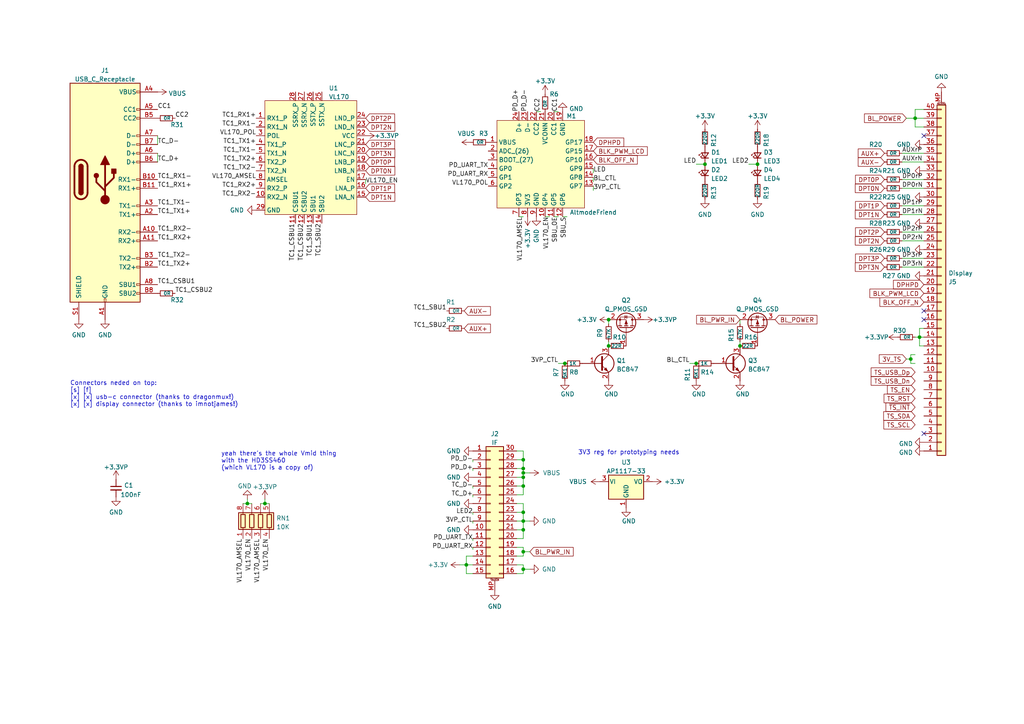
<source format=kicad_sch>
(kicad_sch (version 20231120) (generator "eeschema") (generator_version "8.0")
  (paper "A4")
  (lib_symbols
    (symbol "Connector:USB_C_Receptacle" (pin_names (offset 1.016))
      (property "Reference" "J" (at -10.16 29.21 0))
      (property "Value" "USB_C_Receptacle" (at 10.16 29.21 0))
      (symbol "USB_C_Receptacle_1_1"
        (pin passive line (at 0 -40.64 90) (length 5.08) (name "GND") (number "A1"))
        (pin bidirectional line (at 15.24 -15.24 180) (length 5.08) (name "RX2-") (number "A10"))
        (pin bidirectional line (at 15.24 -17.78 180) (length 5.08) (name "RX2+") (number "A11"))
        (pin passive line (at 0 -40.64 90) (length 5.08) hide (name "GND") (number "A12"))
        (pin bidirectional line (at 15.24 -10.16 180) (length 5.08) (name "TX1+") (number "A2"))
        (pin bidirectional line (at 15.24 -7.62 180) (length 5.08) (name "TX1-") (number "A3"))
        (pin passive line (at 15.24 25.4 180) (length 5.08) (name "VBUS") (number "A4"))
        (pin bidirectional line (at 15.24 20.32 180) (length 5.08) (name "CC1") (number "A5"))
        (pin bidirectional line (at 15.24 7.62 180) (length 5.08) (name "D+") (number "A6"))
        (pin bidirectional line (at 15.24 12.7 180) (length 5.08) (name "D-") (number "A7"))
        (pin bidirectional line (at 15.24 -30.48 180) (length 5.08) (name "SBU1") (number "A8"))
        (pin passive line (at 15.24 25.4 180) (length 5.08) hide (name "VBUS") (number "A9"))
        (pin passive line (at 0 -40.64 90) (length 5.08) hide (name "GND") (number "B1"))
        (pin bidirectional line (at 15.24 0 180) (length 5.08) (name "RX1-") (number "B10"))
        (pin bidirectional line (at 15.24 -2.54 180) (length 5.08) (name "RX1+") (number "B11"))
        (pin passive line (at 0 -40.64 90) (length 5.08) hide (name "GND") (number "B12"))
        (pin bidirectional line (at 15.24 -25.4 180) (length 5.08) (name "TX2+") (number "B2"))
        (pin bidirectional line (at 15.24 -22.86 180) (length 5.08) (name "TX2-") (number "B3"))
        (pin passive line (at 15.24 25.4 180) (length 5.08) hide (name "VBUS") (number "B4"))
        (pin bidirectional line (at 15.24 17.78 180) (length 5.08) (name "CC2") (number "B5"))
        (pin bidirectional line (at 15.24 5.08 180) (length 5.08) (name "D+") (number "B6"))
        (pin bidirectional line (at 15.24 10.16 180) (length 5.08) (name "D-") (number "B7"))
        (pin bidirectional line (at 15.24 -33.02 180) (length 5.08) (name "SBU2") (number "B8"))
        (pin passive line (at 15.24 25.4 180) (length 5.08) hide (name "VBUS") (number "B9"))
        (pin passive line (at -7.62 -40.64 90) (length 5.08) (name "SHIELD") (number "S1"))
      )
    )
    (symbol "Connector_Generic_MountingPin:Conn_01x40_MountingPin" (pin_names (offset 1.016) hide)
      (property "Reference" "J" (at 0 50.8 0))
      (property "Value" "Conn_01x40_MountingPin" (at 1.27 -53.34 0))
      (symbol "Conn_01x40_MountingPin_1_1"
        (text "Mounting" (at 0 -52.451 0) (effects (font (size 0.381 0.381))))
        (pin passive line (at -5.08 48.26 0) (length 3.81) (name "Pin_1") (number "1"))
        (pin passive line (at -5.08 25.4 0) (length 3.81) (name "Pin_10") (number "10"))
        (pin passive line (at -5.08 22.86 0) (length 3.81) (name "Pin_11") (number "11"))
        (pin passive line (at -5.08 20.32 0) (length 3.81) (name "Pin_12") (number "12"))
        (pin passive line (at -5.08 17.78 0) (length 3.81) (name "Pin_13") (number "13"))
        (pin passive line (at -5.08 15.24 0) (length 3.81) (name "Pin_14") (number "14"))
        (pin passive line (at -5.08 12.7 0) (length 3.81) (name "Pin_15") (number "15"))
        (pin passive line (at -5.08 10.16 0) (length 3.81) (name "Pin_16") (number "16"))
        (pin passive line (at -5.08 7.62 0) (length 3.81) (name "Pin_17") (number "17"))
        (pin passive line (at -5.08 5.08 0) (length 3.81) (name "Pin_18") (number "18"))
        (pin passive line (at -5.08 2.54 0) (length 3.81) (name "Pin_19") (number "19"))
        (pin passive line (at -5.08 45.72 0) (length 3.81) (name "Pin_2") (number "2"))
        (pin passive line (at -5.08 0 0) (length 3.81) (name "Pin_20") (number "20"))
        (pin passive line (at -5.08 -2.54 0) (length 3.81) (name "Pin_21") (number "21"))
        (pin passive line (at -5.08 -5.08 0) (length 3.81) (name "Pin_22") (number "22"))
        (pin passive line (at -5.08 -7.62 0) (length 3.81) (name "Pin_23") (number "23"))
        (pin passive line (at -5.08 -10.16 0) (length 3.81) (name "Pin_24") (number "24"))
        (pin passive line (at -5.08 -12.7 0) (length 3.81) (name "Pin_25") (number "25"))
        (pin passive line (at -5.08 -15.24 0) (length 3.81) (name "Pin_26") (number "26"))
        (pin passive line (at -5.08 -17.78 0) (length 3.81) (name "Pin_27") (number "27"))
        (pin passive line (at -5.08 -20.32 0) (length 3.81) (name "Pin_28") (number "28"))
        (pin passive line (at -5.08 -22.86 0) (length 3.81) (name "Pin_29") (number "29"))
        (pin passive line (at -5.08 43.18 0) (length 3.81) (name "Pin_3") (number "3"))
        (pin passive line (at -5.08 -25.4 0) (length 3.81) (name "Pin_30") (number "30"))
        (pin passive line (at -5.08 -27.94 0) (length 3.81) (name "Pin_31") (number "31"))
        (pin passive line (at -5.08 -30.48 0) (length 3.81) (name "Pin_32") (number "32"))
        (pin passive line (at -5.08 -33.02 0) (length 3.81) (name "Pin_33") (number "33"))
        (pin passive line (at -5.08 -35.56 0) (length 3.81) (name "Pin_34") (number "34"))
        (pin passive line (at -5.08 -38.1 0) (length 3.81) (name "Pin_35") (number "35"))
        (pin passive line (at -5.08 -40.64 0) (length 3.81) (name "Pin_36") (number "36"))
        (pin passive line (at -5.08 -43.18 0) (length 3.81) (name "Pin_37") (number "37"))
        (pin passive line (at -5.08 -45.72 0) (length 3.81) (name "Pin_38") (number "38"))
        (pin passive line (at -5.08 -48.26 0) (length 3.81) (name "Pin_39") (number "39"))
        (pin passive line (at -5.08 40.64 0) (length 3.81) (name "Pin_4") (number "4"))
        (pin passive line (at -5.08 -50.8 0) (length 3.81) (name "Pin_40") (number "40"))
        (pin passive line (at -5.08 38.1 0) (length 3.81) (name "Pin_5") (number "5"))
        (pin passive line (at -5.08 35.56 0) (length 3.81) (name "Pin_6") (number "6"))
        (pin passive line (at -5.08 33.02 0) (length 3.81) (name "Pin_7") (number "7"))
        (pin passive line (at -5.08 30.48 0) (length 3.81) (name "Pin_8") (number "8"))
        (pin passive line (at -5.08 27.94 0) (length 3.81) (name "Pin_9") (number "9"))
        (pin passive line (at 0 -55.88 90) (length 3.048) (name "MountPin") (number "MP"))
      )
    )
    (symbol "Connector_Generic_MountingPin:Conn_02x15_Counter_Clockwise_MountingPin" (pin_names (offset 1.016) hide)
      (property "Reference" "J" (at 1.27 20.32 0))
      (property "Value" "Conn_02x15_Counter_Clockwise_MountingPin" (at 2.54 -20.32 0))
      (symbol "Conn_02x15_Counter_Clockwise_MountingPin_1_1"
        (text "Mounting" (at 1.27 -19.431 0) (effects (font (size 0.381 0.381))))
        (pin passive line (at -5.08 17.78 0) (length 3.81) (name "Pin_1") (number "1"))
        (pin passive line (at -5.08 -5.08 0) (length 3.81) (name "Pin_10") (number "10"))
        (pin passive line (at -5.08 -7.62 0) (length 3.81) (name "Pin_11") (number "11"))
        (pin passive line (at -5.08 -10.16 0) (length 3.81) (name "Pin_12") (number "12"))
        (pin passive line (at -5.08 -12.7 0) (length 3.81) (name "Pin_13") (number "13"))
        (pin passive line (at -5.08 -15.24 0) (length 3.81) (name "Pin_14") (number "14"))
        (pin passive line (at -5.08 -17.78 0) (length 3.81) (name "Pin_15") (number "15"))
        (pin passive line (at 7.62 -17.78 180) (length 3.81) (name "Pin_16") (number "16"))
        (pin passive line (at 7.62 -15.24 180) (length 3.81) (name "Pin_17") (number "17"))
        (pin passive line (at 7.62 -12.7 180) (length 3.81) (name "Pin_18") (number "18"))
        (pin passive line (at 7.62 -10.16 180) (length 3.81) (name "Pin_19") (number "19"))
        (pin passive line (at -5.08 15.24 0) (length 3.81) (name "Pin_2") (number "2"))
        (pin passive line (at 7.62 -7.62 180) (length 3.81) (name "Pin_20") (number "20"))
        (pin passive line (at 7.62 -5.08 180) (length 3.81) (name "Pin_21") (number "21"))
        (pin passive line (at 7.62 -2.54 180) (length 3.81) (name "Pin_22") (number "22"))
        (pin passive line (at 7.62 0 180) (length 3.81) (name "Pin_23") (number "23"))
        (pin passive line (at 7.62 2.54 180) (length 3.81) (name "Pin_24") (number "24"))
        (pin passive line (at 7.62 5.08 180) (length 3.81) (name "Pin_25") (number "25"))
        (pin passive line (at 7.62 7.62 180) (length 3.81) (name "Pin_26") (number "26"))
        (pin passive line (at 7.62 10.16 180) (length 3.81) (name "Pin_27") (number "27"))
        (pin passive line (at 7.62 12.7 180) (length 3.81) (name "Pin_28") (number "28"))
        (pin passive line (at 7.62 15.24 180) (length 3.81) (name "Pin_29") (number "29"))
        (pin passive line (at -5.08 12.7 0) (length 3.81) (name "Pin_3") (number "3"))
        (pin passive line (at 7.62 17.78 180) (length 3.81) (name "Pin_30") (number "30"))
        (pin passive line (at -5.08 10.16 0) (length 3.81) (name "Pin_4") (number "4"))
        (pin passive line (at -5.08 7.62 0) (length 3.81) (name "Pin_5") (number "5"))
        (pin passive line (at -5.08 5.08 0) (length 3.81) (name "Pin_6") (number "6"))
        (pin passive line (at -5.08 2.54 0) (length 3.81) (name "Pin_7") (number "7"))
        (pin passive line (at -5.08 0 0) (length 3.81) (name "Pin_8") (number "8"))
        (pin passive line (at -5.08 -2.54 0) (length 3.81) (name "Pin_9") (number "9"))
        (pin passive line (at 1.27 -22.86 90) (length 3.048) (name "MountPin") (number "MP"))
      )
    )
    (symbol "Device:C_Small" (pin_numbers hide) (pin_names (offset 0.254) hide)
      (property "Reference" "C" (at 0.254 1.778 0))
      (property "Value" "C_Small" (at 0.254 -2.032 0))
      (symbol "C_Small_1_1"
        (pin passive line (at 0 2.54 270) (length 2.032) (name "~") (number "1"))
        (pin passive line (at 0 -2.54 90) (length 2.032) (name "~") (number "2"))
      )
    )
    (symbol "Device:LED_Small" (pin_numbers hide) (pin_names (offset 0.254) hide)
      (property "Reference" "D" (at -1.27 3.175 0))
      (property "Value" "LED_Small" (at -4.445 -2.54 0))
      (symbol "LED_Small_1_1"
        (pin passive line (at -2.54 0 0) (length 1.778) (name "K") (number "1"))
        (pin passive line (at 2.54 0 180) (length 1.778) (name "A") (number "2"))
      )
    )
    (symbol "Device:Q_NPN_BEC" (pin_names (offset 0) hide)
      (property "Reference" "Q" (at 5.08 1.27 0))
      (property "Value" "Q_NPN_BEC" (at 5.08 -1.27 0))
      (symbol "Q_NPN_BEC_1_1"
        (pin input line (at -5.08 0 0) (length 5.715) (name "B") (number "1"))
        (pin passive line (at 2.54 -5.08 90) (length 2.54) (name "E") (number "2"))
        (pin passive line (at 2.54 5.08 270) (length 2.54) (name "C") (number "3"))
      )
    )
    (symbol "Device:Q_PMOS_GSD" (pin_names (offset 0) hide)
      (property "Reference" "Q" (at 5.08 1.27 0))
      (property "Value" "Q_PMOS_GSD" (at 5.08 -1.27 0))
      (symbol "Q_PMOS_GSD_1_1"
        (pin input line (at -5.08 0 0) (length 2.54) (name "G") (number "1"))
        (pin passive line (at 2.54 -5.08 90) (length 2.54) (name "S") (number "2"))
        (pin passive line (at 2.54 5.08 270) (length 2.54) (name "D") (number "3"))
      )
    )
    (symbol "Device:R_Pack04" (pin_names (offset 0) hide)
      (property "Reference" "RN" (at -7.62 0 90))
      (property "Value" "R_Pack04" (at 5.08 0 90))
      (symbol "R_Pack04_1_1"
        (pin passive line (at -5.08 -5.08 90) (length 2.54) (name "R1.1") (number "1"))
        (pin passive line (at -2.54 -5.08 90) (length 2.54) (name "R2.1") (number "2"))
        (pin passive line (at 0 -5.08 90) (length 2.54) (name "R3.1") (number "3"))
        (pin passive line (at 2.54 -5.08 90) (length 2.54) (name "R4.1") (number "4"))
        (pin passive line (at 2.54 5.08 270) (length 2.54) (name "R4.2") (number "5"))
        (pin passive line (at 0 5.08 270) (length 2.54) (name "R3.2") (number "6"))
        (pin passive line (at -2.54 5.08 270) (length 2.54) (name "R2.2") (number "7"))
        (pin passive line (at -5.08 5.08 270) (length 2.54) (name "R1.2") (number "8"))
      )
    )
    (symbol "Device:R_Small" (pin_numbers hide) (pin_names (offset 0.254) hide)
      (property "Reference" "R" (at 0.762 0.508 0))
      (property "Value" "R_Small" (at 0.762 -1.016 0))
      (symbol "R_Small_1_1"
        (pin passive line (at 0 2.54 270) (length 0.762) (name "~") (number "1"))
        (pin passive line (at 0 -2.54 90) (length 0.762) (name "~") (number "2"))
      )
    )
    (symbol "Regulator_Linear:AP1117-33" (pin_names (offset 0.254))
      (property "Reference" "U" (at -3.81 3.175 0))
      (property "Value" "AP1117-33" (at 0 3.175 0))
      (symbol "AP1117-33_1_1"
        (pin power_in line (at 0 -7.62 90) (length 2.54) (name "GND") (number "1"))
        (pin power_out line (at 7.62 0 180) (length 2.54) (name "VO") (number "2"))
        (pin power_in line (at -7.62 0 0) (length 2.54) (name "VI") (number "3"))
      )
    )
    (symbol "altmode_friend:AltmodeFriend"
      (property "Reference" "M" (at 8.89 13.97 0))
      (property "Value" "AltmodeFriend" (at 13.97 -13.97 0))
      (symbol "AltmodeFriend_1_1"
        (pin input line (at -15.24 6.35 0) (length 2.54) (name "VBUS") (number "1"))
        (pin input line (at 1.27 -15.24 90) (length 2.54) (name "GP4") (number "10"))
        (pin input line (at 3.81 -15.24 90) (length 2.54) (name "GP5") (number "11"))
        (pin input line (at 6.35 -15.24 90) (length 2.54) (name "GP6") (number "12"))
        (pin input line (at 15.24 -6.35 180) (length 2.54) (name "GP7") (number "13"))
        (pin input line (at 15.24 -3.81 180) (length 2.54) (name "GP8") (number "14"))
        (pin input line (at 15.24 -1.27 180) (length 2.54) (name "GP9") (number "15"))
        (pin input line (at 15.24 1.27 180) (length 2.54) (name "GP10") (number "16"))
        (pin input line (at 15.24 3.81 180) (length 2.54) (name "GP15") (number "17"))
        (pin input line (at 15.24 6.35 180) (length 2.54) (name "GP17") (number "18"))
        (pin input line (at 6.35 15.24 270) (length 2.54) (name "GND") (number "19"))
        (pin input line (at -15.24 3.81 0) (length 2.54) (name "ADC_(26)") (number "2"))
        (pin input line (at 3.81 15.24 270) (length 2.54) (name "CC1") (number "20"))
        (pin input line (at 1.27 15.24 270) (length 2.54) (name "VCONN") (number "21"))
        (pin input line (at -1.27 15.24 270) (length 2.54) (name "CC2") (number "22"))
        (pin input line (at -3.81 15.24 270) (length 2.54) (name "D-") (number "23"))
        (pin input line (at -6.35 15.24 270) (length 2.54) (name "D+") (number "24"))
        (pin input line (at -15.24 1.27 0) (length 2.54) (name "BOOT_(27)") (number "3"))
        (pin input line (at -15.24 -1.27 0) (length 2.54) (name "GP0") (number "4"))
        (pin input line (at -15.24 -3.81 0) (length 2.54) (name "GP1") (number "5"))
        (pin input line (at -15.24 -6.35 0) (length 2.54) (name "GP2") (number "6"))
        (pin input line (at -6.35 -15.24 90) (length 2.54) (name "GP3") (number "7"))
        (pin input line (at -3.81 -15.24 90) (length 2.54) (name "3V3") (number "8"))
        (pin input line (at -1.27 -15.24 90) (length 2.54) (name "GND") (number "9"))
      )
    )
    (symbol "power:+3.3V" (power) (pin_names (offset 0))
      (property "Value" "+3.3V" (at 0 3.556 0))
      (symbol "+3.3V_1_1"
        (pin power_in line (at 0 0 90) (length 0) hide (name "+3.3V") (number "1"))
      )
    )
    (symbol "power:+3.3VP" (power) (pin_names (offset 0))
      (property "Value" "+3.3VP" (at 0 2.54 0))
      (symbol "+3.3VP_0_0"
        (pin power_in line (at 0 0 90) (length 0) hide (name "+3.3VP") (number "1"))
      )
    )
    (symbol "power:GND" (power) (pin_names (offset 0))
      (property "Value" "GND" (at 0 -3.81 0))
      (symbol "GND_1_1"
        (pin power_in line (at 0 0 270) (length 0) hide (name "GND") (number "1"))
      )
    )
    (symbol "power:VBUS" (power) (pin_names (offset 0))
      (property "Value" "VBUS" (at 0 3.81 0))
      (symbol "VBUS_1_1"
        (pin power_in line (at 0 0 90) (length 0) hide (name "VBUS") (number "1"))
      )
    )
    (symbol "vl170:VL170"
      (property "Reference" "U" (at 7.62 17.78 0))
      (property "Value" "VL170" (at 10.16 -17.78 0))
      (symbol "VL170_1_1"
        (pin input line (at -15.24 11.43 0) (length 2.54) (name "RX1_P") (number "1"))
        (pin input line (at -15.24 -11.43 0) (length 2.54) (name "RX2_N") (number "10"))
        (pin input line (at -3.81 -19.05 90) (length 2.54) (name "CSBU1") (number "11"))
        (pin input line (at -1.27 -19.05 90) (length 2.54) (name "CSBU2") (number "12"))
        (pin input line (at 1.27 -19.05 90) (length 2.54) (name "SBU1") (number "13"))
        (pin input line (at 3.81 -19.05 90) (length 2.54) (name "SBU2") (number "14"))
        (pin input line (at 16.51 -11.43 180) (length 2.54) (name "LNA_N") (number "15"))
        (pin input line (at 16.51 -8.89 180) (length 2.54) (name "LNA_P") (number "16"))
        (pin input line (at 16.51 -6.35 180) (length 2.54) (name "EN") (number "17"))
        (pin input line (at 16.51 -3.81 180) (length 2.54) (name "LNB_N") (number "18"))
        (pin input line (at 16.51 -1.27 180) (length 2.54) (name "LNB_P") (number "19"))
        (pin input line (at -15.24 8.89 0) (length 2.54) (name "RX1_N") (number "2"))
        (pin input line (at 16.51 1.27 180) (length 2.54) (name "LNC_N") (number "20"))
        (pin input line (at 16.51 3.81 180) (length 2.54) (name "LNC_P") (number "21"))
        (pin input line (at 16.51 6.35 180) (length 2.54) (name "VCC") (number "22"))
        (pin input line (at 16.51 8.89 180) (length 2.54) (name "LND_N") (number "23"))
        (pin input line (at 16.51 11.43 180) (length 2.54) (name "LND_P") (number "24"))
        (pin input line (at 3.81 19.05 270) (length 2.54) (name "SSTX_N") (number "25"))
        (pin input line (at 1.27 19.05 270) (length 2.54) (name "SSTX_P") (number "26"))
        (pin input line (at -1.27 19.05 270) (length 2.54) (name "SSRX_N") (number "27"))
        (pin input line (at -3.81 19.05 270) (length 2.54) (name "SSRX_P") (number "28"))
        (pin input line (at -15.24 -15.24 0) (length 2.54) (name "GND") (number "29"))
        (pin input line (at -15.24 6.35 0) (length 2.54) (name "POL") (number "3"))
        (pin input line (at -15.24 3.81 0) (length 2.54) (name "TX1_P") (number "4"))
        (pin input line (at -15.24 1.27 0) (length 2.54) (name "TX1_N") (number "5"))
        (pin input line (at -15.24 -1.27 0) (length 2.54) (name "TX2_P") (number "6"))
        (pin input line (at -15.24 -3.81 0) (length 2.54) (name "TX2_N") (number "7"))
        (pin input line (at -15.24 -6.35 0) (length 2.54) (name "AMSEL") (number "8"))
        (pin input line (at -15.24 -8.89 0) (length 2.54) (name "RX2_P") (number "9"))
      )
    )
  )
  (junction (at 265.43 34.29))
  (junction (at 151.765 165.1))
  (junction (at 151.765 140.97))
  (junction (at 76.835 146.05))
  (junction (at 151.765 160.02))
  (junction (at 151.765 137.16))
  (junction (at 219.71 47.625))
  (junction (at 266.7 97.79))
  (junction (at 201.93 105.41))
  (junction (at 71.755 146.05))
  (junction (at 135.255 163.83))
  (junction (at 151.765 148.59))
  (junction (at 204.47 47.625))
  (junction (at 151.765 151.13))
  (junction (at 176.53 100.33))
  (junction (at 214.63 100.33))
  (junction (at 176.53 92.71))
  (junction (at 163.83 105.41))
  (junction (at 151.765 135.89))
  (junction (at 151.765 133.35))
  (junction (at 151.765 153.67))
  (junction (at 151.765 138.43))
  (junction (at 264.16 104.14))
  (no_connect (at 267.97 39.37))
  (no_connect (at 267.97 90.17))
  (no_connect (at 267.97 92.71))
  (no_connect (at 267.97 125.73))
  (wire (pts (xy 151.765 140.97) (xy 151.765 138.43)))
  (wire (pts (xy 137.16 156.21) (xy 137.16 156.845)))
  (wire (pts (xy 151.765 148.59) (xy 151.765 151.13)))
  (wire (pts (xy 261.62 62.23) (xy 267.97 62.23)))
  (wire (pts (xy 261.62 67.31) (xy 267.97 67.31)))
  (wire (pts (xy 153.67 151.13) (xy 151.765 151.13)))
  (wire (pts (xy 45.72 39.37) (xy 45.72 41.91)))
  (wire (pts (xy 201.93 47.625) (xy 204.47 47.625)))
  (wire (pts (xy 261.62 52.07) (xy 267.97 52.07)))
  (wire (pts (xy 133.35 163.83) (xy 135.255 163.83)))
  (wire (pts (xy 137.16 143.51) (xy 137.16 144.145)))
  (wire (pts (xy 151.765 160.02) (xy 153.67 160.02)))
  (wire (pts (xy 153.67 137.16) (xy 151.765 137.16)))
  (wire (pts (xy 76.835 146.05) (xy 78.105 146.05)))
  (wire (pts (xy 265.43 105.41) (xy 264.16 105.41)))
  (wire (pts (xy 265.43 34.29) (xy 267.97 34.29)))
  (wire (pts (xy 176.53 92.71) (xy 176.53 93.98)))
  (wire (pts (xy 160.655 32.385) (xy 161.925 32.385)))
  (wire (pts (xy 151.765 143.51) (xy 149.86 143.51)))
  (wire (pts (xy 266.7 97.79) (xy 267.97 97.79)))
  (wire (pts (xy 261.62 46.99) (xy 267.97 46.99)))
  (wire (pts (xy 153.67 165.1) (xy 151.765 165.1)))
  (wire (pts (xy 137.16 161.29) (xy 135.255 161.29)))
  (wire (pts (xy 45.72 44.45) (xy 45.72 46.99)))
  (wire (pts (xy 137.16 133.35) (xy 137.16 133.985)))
  (wire (pts (xy 261.62 69.85) (xy 267.97 69.85)))
  (wire (pts (xy 262.89 34.29) (xy 265.43 34.29)))
  (wire (pts (xy 137.16 140.97) (xy 137.16 141.605)))
  (wire (pts (xy 267.97 31.75) (xy 265.43 31.75)))
  (wire (pts (xy 264.16 105.41) (xy 264.16 104.14)))
  (wire (pts (xy 151.765 161.29) (xy 151.765 160.02)))
  (wire (pts (xy 149.86 140.97) (xy 151.765 140.97)))
  (wire (pts (xy 261.62 77.47) (xy 267.97 77.47)))
  (wire (pts (xy 267.97 100.33) (xy 266.7 100.33)))
  (wire (pts (xy 155.575 32.385) (xy 156.845 32.385)))
  (wire (pts (xy 172.085 53.975) (xy 172.085 55.245)))
  (wire (pts (xy 151.765 160.02) (xy 151.765 158.75)))
  (wire (pts (xy 135.255 163.83) (xy 137.16 163.83)))
  (wire (pts (xy 176.53 99.06) (xy 176.53 100.33)))
  (wire (pts (xy 151.765 163.83) (xy 149.86 163.83)))
  (wire (pts (xy 137.16 158.75) (xy 137.16 159.385)))
  (wire (pts (xy 261.62 59.69) (xy 267.97 59.69)))
  (wire (pts (xy 135.255 161.29) (xy 135.255 163.83)))
  (wire (pts (xy 151.765 135.89) (xy 149.86 135.89)))
  (wire (pts (xy 265.43 36.83) (xy 267.97 36.83)))
  (wire (pts (xy 160.655 62.865) (xy 161.925 62.865)))
  (wire (pts (xy 214.63 92.71) (xy 214.63 93.98)))
  (wire (pts (xy 70.485 146.05) (xy 71.755 146.05)))
  (wire (pts (xy 151.765 156.21) (xy 151.765 153.67)))
  (wire (pts (xy 75.565 146.05) (xy 76.835 146.05)))
  (wire (pts (xy 149.86 166.37) (xy 151.765 166.37)))
  (wire (pts (xy 135.255 166.37) (xy 137.16 166.37)))
  (wire (pts (xy 265.43 31.75) (xy 265.43 34.29)))
  (wire (pts (xy 151.765 151.13) (xy 151.765 153.67)))
  (wire (pts (xy 266.7 95.25) (xy 267.97 95.25)))
  (wire (pts (xy 261.62 74.93) (xy 267.97 74.93)))
  (wire (pts (xy 71.755 146.05) (xy 71.755 144.78)))
  (wire (pts (xy 151.765 130.81) (xy 151.765 133.35)))
  (wire (pts (xy 264.16 102.87) (xy 265.43 102.87)))
  (wire (pts (xy 265.43 34.29) (xy 265.43 36.83)))
  (wire (pts (xy 137.16 151.13) (xy 137.16 151.765)))
  (wire (pts (xy 151.765 165.1) (xy 151.765 163.83)))
  (wire (pts (xy 261.62 54.61) (xy 267.97 54.61)))
  (wire (pts (xy 149.86 156.21) (xy 151.765 156.21)))
  (wire (pts (xy 264.16 104.14) (xy 264.16 102.87)))
  (wire (pts (xy 266.7 97.79) (xy 266.7 95.25)))
  (wire (pts (xy 151.765 137.16) (xy 151.765 135.89)))
  (wire (pts (xy 151.765 140.97) (xy 151.765 143.51)))
  (wire (pts (xy 266.7 100.33) (xy 266.7 97.79)))
  (wire (pts (xy 261.62 44.45) (xy 267.97 44.45)))
  (wire (pts (xy 161.925 105.41) (xy 163.83 105.41)))
  (wire (pts (xy 106.045 52.07) (xy 106.045 53.34)))
  (wire (pts (xy 172.085 48.895) (xy 172.085 50.165)))
  (wire (pts (xy 172.085 51.435) (xy 172.085 52.705)))
  (wire (pts (xy 151.765 133.35) (xy 149.86 133.35)))
  (wire (pts (xy 149.86 161.29) (xy 151.765 161.29)))
  (wire (pts (xy 151.765 146.05) (xy 151.765 148.59)))
  (wire (pts (xy 262.89 104.14) (xy 264.16 104.14)))
  (wire (pts (xy 163.195 62.865) (xy 164.465 62.865)))
  (wire (pts (xy 200.025 105.41) (xy 201.93 105.41)))
  (wire (pts (xy 151.765 153.67) (xy 149.86 153.67)))
  (wire (pts (xy 137.16 148.59) (xy 137.16 149.225)))
  (wire (pts (xy 151.765 146.05) (xy 149.86 146.05)))
  (wire (pts (xy 76.835 146.05) (xy 76.835 144.78)))
  (wire (pts (xy 217.17 47.625) (xy 219.71 47.625)))
  (wire (pts (xy 149.86 148.59) (xy 151.765 148.59)))
  (wire (pts (xy 158.115 62.865) (xy 159.385 62.865)))
  (wire (pts (xy 135.255 163.83) (xy 135.255 166.37)))
  (wire (pts (xy 151.765 166.37) (xy 151.765 165.1)))
  (wire (pts (xy 149.86 151.13) (xy 151.765 151.13)))
  (wire (pts (xy 150.495 62.865) (xy 151.765 62.865)))
  (wire (pts (xy 137.16 135.89) (xy 137.16 136.525)))
  (wire (pts (xy 149.86 158.75) (xy 151.765 158.75)))
  (wire (pts (xy 151.765 138.43) (xy 151.765 137.16)))
  (wire (pts (xy 151.765 138.43) (xy 149.86 138.43)))
  (wire (pts (xy 151.765 135.89) (xy 151.765 133.35)))
  (wire (pts (xy 214.63 99.06) (xy 214.63 100.33)))
  (wire (pts (xy 265.43 97.79) (xy 266.7 97.79)))
  (wire (pts (xy 71.755 146.05) (xy 73.025 146.05)))
  (wire (pts (xy 149.86 130.81) (xy 151.765 130.81)))
  (text "Connectors neded on top:\n[s] [f]\n[x] [x] usb-c connector (thanks to dragonmux!)\n[x] [x] display connector (thanks to imnotjames!)" (at 20.32 118.11 0) (effects (font (size 1.27 1.27)) (justify left bottom)))
  (text "3V3 reg for prototyping needs" (at 167.64 132.08 0) (effects (font (size 1.27 1.27)) (justify left bottom)))
  (text "yeah there's the whole Vmid thing\nwith the HD3SS460\n(which VL170 is a copy of)" (at 64.135 136.525 0) (effects (font (size 1.27 1.27)) (justify left bottom)))
  (label "PD_D-" (at 137.16 133.985 180))
  (label "BL_CTL" (at 200.025 105.41 180))
  (label "PD_D+" (at 137.16 136.525 180))
  (label "PD_UART_TX" (at 137.16 156.845 180))
  (label "CC2" (at 156.845 32.385 90))
  (label "TC1_RX1-" (at 45.72 52.07 0))
  (label "DP3rP" (at 261.62 74.93 0))
  (label "PD_D-" (at 153.035 32.385 90))
  (label "TC1_RX2+" (at 74.295 54.61 180))
  (label "VL170_POL" (at 74.295 39.37 180))
  (label "VL170_AMSEL" (at 70.485 156.21 270))
  (label "VL170_EN" (at 106.045 53.34 0))
  (label "3VP_CTL" (at 161.925 105.41 180))
  (label "DP3rN" (at 261.62 77.47 0))
  (label "TC1_RX2-" (at 45.72 67.31 0))
  (label "TC_D-" (at 137.16 141.605 180))
  (label "CC1" (at 161.925 32.385 90))
  (label "DP2rN" (at 261.62 69.85 0))
  (label "VL170_POL" (at 141.605 53.975 180))
  (label "VL170_EN" (at 159.385 62.865 270))
  (label "TC1_RX1-" (at 74.295 36.83 180))
  (label "TC1_TX2+" (at 74.295 46.99 180))
  (label "3VP_CTL" (at 172.085 55.245 0))
  (label "TC1_RX2-" (at 74.295 57.15 180))
  (label "TC1_TX1-" (at 45.72 59.69 0))
  (label "LED2" (at 217.17 47.625 180))
  (label "TC1_CSBU2" (at 50.8 85.09 0))
  (label "PD_D+" (at 150.495 32.385 90))
  (label "TC1_SBU1" (at 90.805 64.77 270))
  (label "TC1_RX1+" (at 45.72 54.61 0))
  (label "VL170_EN" (at 73.025 156.21 270))
  (label "TC1_SBU2" (at 93.345 64.77 270))
  (label "AUXrN" (at 261.62 46.99 0))
  (label "TC1_RX1+" (at 74.295 34.29 180))
  (label "TC1_RX2+" (at 45.72 69.85 0))
  (label "TC1_SBU1" (at 129.54 90.17 180))
  (label "VL170_EN" (at 78.105 156.21 270))
  (label "VL170_AMSEL" (at 151.765 62.865 270))
  (label "DP1rN" (at 261.62 62.23 0))
  (label "PD_UART_RX" (at 141.605 51.435 180))
  (label "SBU_OE" (at 161.925 62.865 270))
  (label "DP1rP" (at 261.62 59.69 0))
  (label "DP2rP" (at 261.62 67.31 0))
  (label "LED" (at 172.085 50.165 0))
  (label "TC1_TX1+" (at 45.72 62.23 0))
  (label "TC1_TX1+" (at 74.295 41.91 180))
  (label "TC1_CSBU2" (at 88.265 64.77 270))
  (label "TC1_TX2-" (at 74.295 49.53 180))
  (label "CC1" (at 45.72 31.75 0))
  (label "TC1_TX1-" (at 74.295 44.45 180))
  (label "TC1_SBU2" (at 129.54 95.25 180))
  (label "SBU_S" (at 164.465 62.865 270))
  (label "TC_D+" (at 45.72 46.99 0))
  (label "TC1_CSBU1" (at 85.725 64.77 270))
  (label "CC2" (at 50.8 34.29 0))
  (label "VL170_AMSEL" (at 75.565 156.21 270))
  (label "TC1_TX2-" (at 45.72 74.93 0))
  (label "3VP_CTL" (at 137.16 151.765 180))
  (label "AUXrP" (at 261.62 44.45 0))
  (label "TC1_CSBU1" (at 45.72 82.55 0))
  (label "DP0rN" (at 261.62 54.61 0))
  (label "LED" (at 201.93 47.625 180))
  (label "TC_D-" (at 45.72 41.91 0))
  (label "TC1_TX2+" (at 45.72 77.47 0))
  (label "TC_D+" (at 137.16 144.145 180))
  (label "LED2" (at 137.16 149.225 180))
  (label "VL170_AMSEL" (at 74.295 52.07 180))
  (label "PD_UART_RX" (at 137.16 159.385 180))
  (label "DP0rP" (at 261.62 52.07 0))
  (label "BL_CTL" (at 172.085 52.705 0))
  (label "PD_UART_TX" (at 141.605 48.895 180))
  (global_label "DPHPD" (shape input) (at 172.085 41.275 0) (property "Intersheetrefs" "${INTERSHEET_REFS}" (effects (hide yes))))
  (global_label "DPT0N" (shape input) (at 256.54 54.61 180) (property "Intersheetrefs" "${INTERSHEET_REFS}" (effects (hide yes))))
  (global_label "DPT3P" (shape input) (at 106.045 41.91 0) (property "Intersheetrefs" "${INTERSHEET_REFS}" (effects (hide yes))))
  (global_label "BL_PWR_IN" (shape input) (at 214.63 92.71 180) (property "Intersheetrefs" "${INTERSHEET_REFS}" (effects (hide yes))))
  (global_label "BLK_OFF_N" (shape input) (at 172.085 46.355 0) (property "Intersheetrefs" "${INTERSHEET_REFS}" (effects (hide yes))))
  (global_label "DPT3N" (shape input) (at 106.045 44.45 0) (property "Intersheetrefs" "${INTERSHEET_REFS}" (effects (hide yes))))
  (global_label "BL_PWR_IN" (shape input) (at 153.67 160.02 0) (property "Intersheetrefs" "${INTERSHEET_REFS}" (effects (hide yes))))
  (global_label "TS_USB_Dp" (shape input) (at 265.43 107.95 180) (property "Intersheetrefs" "${INTERSHEET_REFS}" (effects (hide yes))))
  (global_label "DPT2P" (shape input) (at 256.54 67.31 180) (property "Intersheetrefs" "${INTERSHEET_REFS}" (effects (hide yes))))
  (global_label "BLK_PWM_LCD" (shape input) (at 172.085 43.815 0) (property "Intersheetrefs" "${INTERSHEET_REFS}" (effects (hide yes))))
  (global_label "AUX-" (shape input) (at 256.54 46.99 180) (property "Intersheetrefs" "${INTERSHEET_REFS}" (effects (hide yes))))
  (global_label "DPT3N" (shape input) (at 256.54 77.47 180) (property "Intersheetrefs" "${INTERSHEET_REFS}" (effects (hide yes))))
  (global_label "TS_SDA" (shape input) (at 265.43 120.65 180) (property "Intersheetrefs" "${INTERSHEET_REFS}" (effects (hide yes))))
  (global_label "AUX-" (shape input) (at 134.62 90.17 0) (property "Intersheetrefs" "${INTERSHEET_REFS}" (effects (hide yes))))
  (global_label "TS_USB_Dn" (shape input) (at 265.43 110.49 180) (property "Intersheetrefs" "${INTERSHEET_REFS}" (effects (hide yes))))
  (global_label "DPT2P" (shape input) (at 106.045 34.29 0) (property "Intersheetrefs" "${INTERSHEET_REFS}" (effects (hide yes))))
  (global_label "DPT1N" (shape input) (at 106.045 57.15 0) (property "Intersheetrefs" "${INTERSHEET_REFS}" (effects (hide yes))))
  (global_label "BL_POWER" (shape input) (at 224.79 92.71 0) (property "Intersheetrefs" "${INTERSHEET_REFS}" (effects (hide yes))))
  (global_label "TS_EN" (shape input) (at 265.43 113.03 180) (property "Intersheetrefs" "${INTERSHEET_REFS}" (effects (hide yes))))
  (global_label "DPT1N" (shape input) (at 256.54 62.23 180) (property "Intersheetrefs" "${INTERSHEET_REFS}" (effects (hide yes))))
  (global_label "DPT0N" (shape input) (at 106.045 49.53 0) (property "Intersheetrefs" "${INTERSHEET_REFS}" (effects (hide yes))))
  (global_label "DPHPD" (shape input) (at 267.97 82.55 180) (property "Intersheetrefs" "${INTERSHEET_REFS}" (effects (hide yes))))
  (global_label "AUX+" (shape input) (at 256.54 44.45 180) (property "Intersheetrefs" "${INTERSHEET_REFS}" (effects (hide yes))))
  (global_label "DPT2N" (shape input) (at 256.54 69.85 180) (property "Intersheetrefs" "${INTERSHEET_REFS}" (effects (hide yes))))
  (global_label "DPT3P" (shape input) (at 256.54 74.93 180) (property "Intersheetrefs" "${INTERSHEET_REFS}" (effects (hide yes))))
  (global_label "BL_POWER" (shape input) (at 262.89 34.29 180) (property "Intersheetrefs" "${INTERSHEET_REFS}" (effects (hide yes))))
  (global_label "DPT0P" (shape input) (at 106.045 46.99 0) (property "Intersheetrefs" "${INTERSHEET_REFS}" (effects (hide yes))))
  (global_label "~{TS_INT}" (shape input) (at 265.43 118.11 180) (property "Intersheetrefs" "${INTERSHEET_REFS}" (effects (hide yes))))
  (global_label "DPT1P" (shape input) (at 256.54 59.69 180) (property "Intersheetrefs" "${INTERSHEET_REFS}" (effects (hide yes))))
  (global_label "3V_TS" (shape input) (at 262.89 104.14 180) (property "Intersheetrefs" "${INTERSHEET_REFS}" (effects (hide yes))))
  (global_label "DPT2N" (shape input) (at 106.045 36.83 0) (property "Intersheetrefs" "${INTERSHEET_REFS}" (effects (hide yes))))
  (global_label "TS_SCL" (shape input) (at 265.43 123.19 180) (property "Intersheetrefs" "${INTERSHEET_REFS}" (effects (hide yes))))
  (global_label "BLK_PWM_LCD" (shape input) (at 267.97 85.09 180) (property "Intersheetrefs" "${INTERSHEET_REFS}" (effects (hide yes))))
  (global_label "DPT1P" (shape input) (at 106.045 54.61 0) (property "Intersheetrefs" "${INTERSHEET_REFS}" (effects (hide yes))))
  (global_label "DPT0P" (shape input) (at 256.54 52.07 180) (property "Intersheetrefs" "${INTERSHEET_REFS}" (effects (hide yes))))
  (global_label "BLK_OFF_N" (shape input) (at 267.97 87.63 180) (property "Intersheetrefs" "${INTERSHEET_REFS}" (effects (hide yes))))
  (global_label "AUX+" (shape input) (at 134.62 95.25 0) (property "Intersheetrefs" "${INTERSHEET_REFS}" (effects (hide yes))))
  (global_label "TS_RST" (shape input) (at 265.43 115.57 180) (property "Intersheetrefs" "${INTERSHEET_REFS}" (effects (hide yes))))
  (symbol (lib_id "Device:R_Small") (at 259.08 44.45 90) (unit 1)
    (property "Reference" "R20" (at 254 41.91 90))
    (property "Value" "0R" (at 259.08 44.45 90) (effects (font (size 1 1))))
    (property "Footprint" "Resistor_SMD:R_0402_1005Metric" (effects (hide yes)))
  )
  (symbol (lib_id "Device:R_Small") (at 48.26 34.29 90) (unit 1)
    (property "Reference" "R31" (at 53.34 36.195 90) (effects (justify left)))
    (property "Value" "0R" (at 49.53 34.29 90) (effects (font (size 1 1)) (justify left)))
    (property "Footprint" "Resistor_SMD:R_0603_1608Metric" (effects (hide yes)))
  )
  (symbol (lib_id "Device:R_Small") (at 262.89 97.79 90) (unit 1)
    (property "Reference" "R30" (at 262.89 95.885 90) (effects (justify left)))
    (property "Value" "0R" (at 264.16 97.79 90) (effects (font (size 1 1)) (justify left)))
    (property "Footprint" "Resistor_SMD:R_0805_2012Metric" (effects (hide yes)))
  )
  (symbol (lib_id "Device:R_Small") (at 132.08 95.25 90) (unit 1)
    (property "Reference" "R2" (at 132.08 92.71 90) (effects (justify left)))
    (property "Value" "0R" (at 133.35 95.25 90) (effects (font (size 1 1)) (justify left)))
    (property "Footprint" "Resistor_SMD:R_0402_1005Metric" (effects (hide yes)))
  )
  (symbol (lib_id "power:GND") (at 153.67 151.13 90) (mirror x) (unit 1)
    (property "Reference" "#PWR0110" (effects (hide yes)))
    (property "Value" "GND" (at 161.29 151.13 90) (effects (justify left)))
  )
  (symbol (lib_id "power:GND") (at 214.63 110.49 0) (unit 1)
    (property "Reference" "#PWR0131" (effects (hide yes)))
    (property "Value" "GND" (at 213.36 114.3 0) (effects (justify left)))
  )
  (symbol (lib_id "Device:R_Small") (at 158.115 29.845 0) (unit 1)
    (property "Reference" "R6" (at 159.385 27.305 0) (effects (justify left)))
    (property "Value" "0R" (at 158.115 31.115 90) (effects (font (size 1 1)) (justify left)))
    (property "Footprint" "Resistor_SMD:R_0603_1608Metric" (effects (hide yes)))
  )
  (symbol (lib_id "power:+3.3VP") (at 260.35 97.79 90) (unit 1)
    (property "Reference" "#PWR0143" (effects (hide yes)))
    (property "Value" "+3.3VP" (at 257.81 97.79 90) (effects (justify left)))
  )
  (symbol (lib_id "power:GND") (at 204.47 57.785 0) (unit 1)
    (property "Reference" "#PWR0125" (effects (hide yes)))
    (property "Value" "GND" (at 204.47 62.2284 0))
  )
  (symbol (lib_id "Device:R_Small") (at 259.08 59.69 90) (unit 1)
    (property "Reference" "R22" (at 254 57.15 90))
    (property "Value" "0R" (at 259.08 59.69 90) (effects (font (size 1 1))))
    (property "Footprint" "Resistor_SMD:R_0402_1005Metric" (effects (hide yes)))
  )
  (symbol (lib_id "power:GND") (at 201.93 110.49 0) (unit 1)
    (property "Reference" "#PWR0132" (effects (hide yes)))
    (property "Value" "GND" (at 200.66 114.3 0) (effects (justify left)))
  )
  (symbol (lib_id "power:GND") (at 267.97 49.53 270) (unit 1)
    (property "Reference" "#PWR0146" (effects (hide yes)))
    (property "Value" "GND" (at 264.16 49.53 90) (effects (justify right)))
  )
  (symbol (lib_id "power:+3.3V") (at 158.115 27.305 0) (unit 1)
    (property "Reference" "#PWR0115" (effects (hide yes)))
    (property "Value" "+3.3V" (at 158.115 23.495 0))
  )
  (symbol (lib_id "power:GND") (at 163.83 110.49 0) (unit 1)
    (property "Reference" "#PWR0139" (effects (hide yes)))
    (property "Value" "GND" (at 162.56 114.3 0) (effects (justify left)))
  )
  (symbol (lib_id "power:GND") (at 267.97 57.15 270) (unit 1)
    (property "Reference" "#PWR0145" (effects (hide yes)))
    (property "Value" "GND" (at 264.16 57.15 90) (effects (justify right)))
  )
  (symbol (lib_id "Device:LED_Small") (at 204.47 45.085 90) (unit 1)
    (property "Reference" "D1" (at 206.248 44.1868 90) (effects (justify right)))
    (property "Value" "LED1" (at 206.248 46.7237 90) (effects (justify right)))
    (property "Footprint" "LED_SMD:LED_0603_1608Metric" (effects (hide yes)))
  )
  (symbol (lib_id "power:GND") (at 137.16 153.67 270) (unit 1)
    (property "Reference" "#PWR0117" (effects (hide yes)))
    (property "Value" "GND" (at 129.54 153.67 90) (effects (justify left)))
  )
  (symbol (lib_id "Device:R_Small") (at 259.08 46.99 90) (unit 1)
    (property "Reference" "R21" (at 257.81 49.53 90))
    (property "Value" "0R" (at 259.08 46.99 90) (effects (font (size 1 1))))
    (property "Footprint" "Resistor_SMD:R_0402_1005Metric" (effects (hide yes)))
  )
  (symbol (lib_id "Connector_Generic_MountingPin:Conn_01x40_MountingPin") (at 273.05 82.55 0) (mirror x) (unit 1)
    (property "Reference" "J5" (at 275.082 81.7591 0) (effects (justify left)))
    (property "Value" "Display" (at 275.082 79.2222 0) (effects (justify left)))
    (property "Footprint" "framework_mobo_lefthalf:IPEX_20879-040E-01" (effects (hide yes)))
  )
  (symbol (lib_id "power:GND") (at 267.97 41.91 270) (unit 1)
    (property "Reference" "#PWR0144" (effects (hide yes)))
    (property "Value" "GND" (at 264.16 41.91 90) (effects (justify right)))
  )
  (symbol (lib_id "Device:R_Small") (at 163.83 107.95 180) (unit 1)
    (property "Reference" "R7" (at 161.29 106.68 90) (effects (justify left)))
    (property "Value" "5K1" (at 163.83 106.68 90) (effects (font (size 1 1)) (justify left)))
    (property "Footprint" "Resistor_SMD:R_0603_1608Metric" (effects (hide yes)))
  )
  (symbol (lib_id "Device:Q_PMOS_GSD") (at 219.71 95.25 270) (mirror x) (unit 1)
    (property "Reference" "Q4" (at 219.71 87.1052 90))
    (property "Value" "Q_PMOS_GSD" (at 219.71 89.6421 90))
    (property "Footprint" "Package_TO_SOT_SMD:SOT-23" (effects (hide yes)))
  )
  (symbol (lib_id "power:GND") (at 219.71 57.785 0) (unit 1)
    (property "Reference" "#PWR0147" (effects (hide yes)))
    (property "Value" "GND" (at 219.71 62.2284 0))
  )
  (symbol (lib_id "Device:R_Small") (at 259.08 52.07 90) (unit 1)
    (property "Reference" "R24" (at 254 49.53 90))
    (property "Value" "0R" (at 259.08 52.07 90) (effects (font (size 1 1))))
    (property "Footprint" "Resistor_SMD:R_0402_1005Metric" (effects (hide yes)))
  )
  (symbol (lib_id "Device:R_Pack04") (at 75.565 151.13 0) (unit 1)
    (property "Reference" "RN1" (at 80.137 150.2953 0) (effects (justify left)))
    (property "Value" "10K" (at 80.137 152.8322 0) (effects (justify left)))
  )
  (symbol (lib_id "power:GND") (at 176.53 110.49 0) (unit 1)
    (property "Reference" "#PWR0130" (effects (hide yes)))
    (property "Value" "GND" (at 175.26 114.3 0) (effects (justify left)))
  )
  (symbol (lib_id "power:GND") (at 137.16 138.43 270) (unit 1)
    (property "Reference" "#PWR0121" (effects (hide yes)))
    (property "Value" "GND" (at 129.54 138.43 90) (effects (justify left)))
  )
  (symbol (lib_id "vl170:VL170") (at 89.535 45.72 0) (unit 1)
    (property "Reference" "U1" (at 95.3644 25.561 0) (effects (justify left)))
    (property "Value" "VL170" (at 95.3644 28.0979 0) (effects (justify left)))
    (property "Footprint" "Package_DFN_QFN:QFN-28-1EP_3x6mm_P0.5mm_EP1.7x4.75mm" (effects (hide yes)))
  )
  (symbol (lib_id "power:GND") (at 137.16 146.05 270) (unit 1)
    (property "Reference" "#PWR0120" (effects (hide yes)))
    (property "Value" "GND" (at 129.54 146.05 90) (effects (justify left)))
  )
  (symbol (lib_id "Device:R_Small") (at 176.53 96.52 180) (unit 1)
    (property "Reference" "R9" (at 173.99 95.25 90) (effects (justify left)))
    (property "Value" "47K" (at 176.53 95.25 90) (effects (font (size 1 1)) (justify left)))
    (property "Footprint" "Resistor_SMD:R_0603_1608Metric" (effects (hide yes)))
  )
  (symbol (lib_id "power:GND") (at 267.97 128.27 270) (unit 1)
    (property "Reference" "#PWR0150" (effects (hide yes)))
    (property "Value" "GND" (at 264.7951 128.7038 90) (effects (justify right)))
  )
  (symbol (lib_id "power:GND") (at 30.48 92.71 0) (unit 1)
    (property "Reference" "#PWR0104" (effects (hide yes)))
    (property "Value" "GND" (at 30.48 97.1534 0))
  )
  (symbol (lib_id "power:+3.3V") (at 176.53 92.71 90) (unit 1)
    (property "Reference" "#PWR0129" (effects (hide yes)))
    (property "Value" "+3.3V" (at 170.18 92.71 90))
  )
  (symbol (lib_id "power:+3.3V") (at 189.23 139.7 270) (unit 1)
    (property "Reference" "#PWR0135" (effects (hide yes)))
    (property "Value" "+3.3V" (at 195.58 139.7 90))
  )
  (symbol (lib_id "power:VBUS") (at 153.67 137.16 270) (mirror x) (unit 1)
    (property "Reference" "#PWR0108" (effects (hide yes)))
    (property "Value" "VBUS" (at 162.56 137.16 90) (effects (justify right)))
  )
  (symbol (lib_id "power:+3.3VP") (at 186.69 92.71 270) (unit 1)
    (property "Reference" "#PWR0133" (effects (hide yes)))
    (property "Value" "+3.3VP" (at 189.23 92.71 90) (effects (justify left)))
  )
  (symbol (lib_id "Device:R_Small") (at 132.08 90.17 90) (unit 1)
    (property "Reference" "R1" (at 132.08 87.63 90) (effects (justify left)))
    (property "Value" "0R" (at 133.35 90.17 90) (effects (font (size 1 1)) (justify left)))
    (property "Footprint" "Resistor_SMD:R_0402_1005Metric" (effects (hide yes)))
  )
  (symbol (lib_id "power:GND") (at 181.61 147.32 0) (unit 1)
    (property "Reference" "#PWR0134" (effects (hide yes)))
    (property "Value" "GND" (at 180.34 151.13 0) (effects (justify left)))
  )
  (symbol (lib_id "power:GND") (at 153.67 165.1 90) (mirror x) (unit 1)
    (property "Reference" "#PWR0113" (effects (hide yes)))
    (property "Value" "GND" (at 161.29 165.1 90) (effects (justify left)))
  )
  (symbol (lib_id "Device:R_Small") (at 48.26 85.09 90) (unit 1)
    (property "Reference" "R32" (at 53.34 86.995 90) (effects (justify left)))
    (property "Value" "0R" (at 49.53 85.09 90) (effects (font (size 1 1)) (justify left)))
    (property "Footprint" "Resistor_SMD:R_0603_1608Metric" (effects (hide yes)))
  )
  (symbol (lib_id "power:VBUS") (at 45.72 26.67 270) (unit 1)
    (property "Reference" "#PWR0102" (effects (hide yes)))
    (property "Value" "VBUS" (at 48.895 27.1038 90) (effects (justify left)))
  )
  (symbol (lib_id "power:GND") (at 22.86 92.71 0) (unit 1)
    (property "Reference" "#PWR0103" (effects (hide yes)))
    (property "Value" "GND" (at 22.86 97.1534 0))
  )
  (symbol (lib_id "power:GND") (at 74.295 60.96 270) (unit 1)
    (property "Reference" "#PWR0105" (effects (hide yes)))
    (property "Value" "GND" (at 66.675 60.96 90) (effects (justify left)))
  )
  (symbol (lib_id "Device:LED_Small") (at 219.71 45.085 90) (unit 1)
    (property "Reference" "D3" (at 221.488 44.1868 90) (effects (justify right)))
    (property "Value" "LED3" (at 221.488 46.7237 90) (effects (justify right)))
    (property "Footprint" "LED_SMD:LED_0603_1608Metric" (effects (hide yes)))
  )
  (symbol (lib_id "power:GND") (at 267.97 80.01 270) (unit 1)
    (property "Reference" "#PWR0142" (effects (hide yes)))
    (property "Value" "GND" (at 264.16 80.01 90) (effects (justify right)))
  )
  (symbol (lib_id "power:GND") (at 273.05 26.67 0) (mirror x) (unit 1)
    (property "Reference" "#PWR0149" (effects (hide yes)))
    (property "Value" "GND" (at 273.05 22.2266 0))
  )
  (symbol (lib_id "Device:R_Small") (at 217.17 100.33 90) (unit 1)
    (property "Reference" "R16" (at 219.71 97.79 90) (effects (justify left)))
    (property "Value" "22R" (at 218.44 100.33 90) (effects (font (size 1 1)) (justify left)))
    (property "Footprint" "Resistor_SMD:R_0603_1608Metric" (effects (hide yes)))
  )
  (symbol (lib_id "power:+3.3VP") (at 33.655 139.065 0) (unit 1)
    (property "Reference" "#PWR0118" (effects (hide yes)))
    (property "Value" "+3.3VP" (at 33.655 135.4892 0))
  )
  (symbol (lib_id "power:GND") (at 137.16 130.81 270) (unit 1)
    (property "Reference" "#PWR0122" (effects (hide yes)))
    (property "Value" "GND" (at 129.54 130.81 90) (effects (justify left)))
  )
  (symbol (lib_id "power:GND") (at 155.575 62.865 0) (unit 1)
    (property "Reference" "#PWR0127" (effects (hide yes)))
    (property "Value" "GND" (at 155.575 70.485 90) (effects (justify left)))
  )
  (symbol (lib_id "Device:LED_Small") (at 204.47 50.165 90) (unit 1)
    (property "Reference" "D2" (at 206.248 49.2668 90) (effects (justify right)))
    (property "Value" "LED2" (at 206.248 51.8037 90) (effects (justify right)))
    (property "Footprint" "LED_SMD:LED_0603_1608Metric" (effects (hide yes)))
  )
  (symbol (lib_id "Device:Q_NPN_BEC") (at 173.99 105.41 0) (unit 1)
    (property "Reference" "Q1" (at 178.8414 104.5753 0) (effects (justify left)))
    (property "Value" "BC847" (at 178.8414 107.1122 0) (effects (justify left)))
    (property "Footprint" "Package_TO_SOT_SMD:SOT-23" (effects (hide yes)))
  )
  (symbol (lib_id "altmode_friend:AltmodeFriend") (at 156.845 47.625 0) (unit 1)
    (property "Reference" "M1" (at 165.735 33.655 0))
    (property "Value" "AltmodeFriend" (at 172.085 61.595 0))
    (property "Footprint" "framework_mobo_lefthalf:altmode_friend" (effects (hide yes)))
  )
  (symbol (lib_id "Device:R_Small") (at 219.71 55.245 0) (mirror x) (unit 1)
    (property "Reference" "R19" (at 222.25 53.975 90) (effects (justify left)))
    (property "Value" "220R" (at 219.71 53.34 90) (effects (font (size 1 1)) (justify left)))
    (property "Footprint" "Resistor_SMD:R_0603_1608Metric" (effects (hide yes)))
  )
  (symbol (lib_id "power:GND") (at 163.195 32.385 180) (unit 1)
    (property "Reference" "#PWR0124" (effects (hide yes)))
    (property "Value" "GND" (at 165.1 31.5488 0) (effects (justify right)))
  )
  (symbol (lib_id "Device:R_Small") (at 219.71 40.005 0) (mirror x) (unit 1)
    (property "Reference" "R18" (at 222.25 38.735 90) (effects (justify left)))
    (property "Value" "220R" (at 219.71 38.1 90) (effects (font (size 1 1)) (justify left)))
    (property "Footprint" "Resistor_SMD:R_0603_1608Metric" (effects (hide yes)))
  )
  (symbol (lib_id "Device:R_Small") (at 259.08 67.31 90) (unit 1)
    (property "Reference" "R28" (at 254 64.77 90))
    (property "Value" "0R" (at 259.08 67.31 90) (effects (font (size 1 1))))
    (property "Footprint" "Resistor_SMD:R_0402_1005Metric" (effects (hide yes)))
  )
  (symbol (lib_id "Device:R_Small") (at 259.08 69.85 90) (unit 1)
    (property "Reference" "R29" (at 257.81 72.39 90))
    (property "Value" "0R" (at 259.08 69.85 90) (effects (font (size 1 1))))
    (property "Footprint" "Resistor_SMD:R_0402_1005Metric" (effects (hide yes)))
  )
  (symbol (lib_id "Device:R_Small") (at 214.63 96.52 180) (unit 1)
    (property "Reference" "R15" (at 212.09 95.25 90) (effects (justify left)))
    (property "Value" "47K" (at 214.63 95.25 90) (effects (font (size 1 1)) (justify left)))
    (property "Footprint" "Resistor_SMD:R_0603_1608Metric" (effects (hide yes)))
  )
  (symbol (lib_id "power:GND") (at 267.97 130.81 270) (unit 1)
    (property "Reference" "#PWR0151" (effects (hide yes)))
    (property "Value" "GND" (at 264.7951 131.2438 90) (effects (justify right)))
  )
  (symbol (lib_id "power:VBUS") (at 136.525 41.275 90) (unit 1)
    (property "Reference" "#PWR0116" (effects (hide yes)))
    (property "Value" "VBUS" (at 132.715 38.735 90) (effects (justify right)))
  )
  (symbol (lib_id "Device:C_Small") (at 33.655 141.605 0) (unit 1)
    (property "Reference" "C1" (at 35.9791 140.7766 0) (effects (justify left)))
    (property "Value" "100nF" (at 34.925 143.51 0) (effects (justify left)))
    (property "Footprint" "Capacitor_SMD:C_0603_1608Metric" (effects (hide yes)))
  )
  (symbol (lib_id "power:GND") (at 33.655 144.145 0) (unit 1)
    (property "Reference" "#PWR0119" (effects (hide yes)))
    (property "Value" "GND" (at 33.655 148.5884 0))
  )
  (symbol (lib_id "power:+3.3V") (at 153.035 62.865 180) (unit 1)
    (property "Reference" "#PWR0126" (effects (hide yes)))
    (property "Value" "+3.3V" (at 153.035 69.215 90))
  )
  (symbol (lib_id "power:VBUS") (at 173.99 139.7 90) (unit 1)
    (property "Reference" "#PWR0136" (effects (hide yes)))
    (property "Value" "VBUS" (at 165.1 139.7 90) (effects (justify right)))
  )
  (symbol (lib_id "Device:R_Small") (at 204.47 105.41 270) (unit 1)
    (property "Reference" "R14" (at 203.2 107.95 90) (effects (justify left)))
    (property "Value" "1K" (at 203.2 105.41 90) (effects (font (size 1 1)) (justify left)))
    (property "Footprint" "Resistor_SMD:R_0603_1608Metric" (effects (hide yes)))
  )
  (symbol (lib_id "power:+3.3V") (at 219.71 37.465 0) (unit 1)
    (property "Reference" "#PWR0148" (effects (hide yes)))
    (property "Value" "+3.3V" (at 219.71 33.655 0))
  )
  (symbol (lib_id "power:+3.3V") (at 133.35 163.83 90) (mirror x) (unit 1)
    (property "Reference" "#PWR0109" (effects (hide yes)))
    (property "Value" "+3.3V" (at 127 163.83 90))
  )
  (symbol (lib_id "Device:R_Small") (at 259.08 74.93 90) (unit 1)
    (property "Reference" "R26" (at 254 72.39 90))
    (property "Value" "0R" (at 259.08 74.93 90) (effects (font (size 1 1))))
    (property "Footprint" "Resistor_SMD:R_0402_1005Metric" (effects (hide yes)))
  )
  (symbol (lib_id "Connector:USB_C_Receptacle") (at 30.48 52.07 0) (unit 1)
    (property "Reference" "J1" (at 30.48 20.4302 0))
    (property "Value" "USB_C_Receptacle" (at 30.48 22.9671 0))
    (property "Footprint" "framework_mobo_lefthalf:USB-3.1-Type-C_In-PCB" (effects (hide yes)))
    (property "Datasheet" "https://www.usb.org/sites/default/files/documents/usb_type-c.zip" (effects (hide yes)))
  )
  (symbol (lib_id "power:GND") (at 267.97 72.39 270) (unit 1)
    (property "Reference" "#PWR0141" (effects (hide yes)))
    (property "Value" "GND" (at 264.16 72.39 90) (effects (justify right)))
  )
  (symbol (lib_id "Connector_Generic_MountingPin:Conn_02x15_Counter_Clockwise_MountingPin") (at 142.24 148.59 0) (unit 1)
    (property "Reference" "J2" (at 143.51 125.8402 0))
    (property "Value" "IF" (at 143.51 128.3771 0))
    (property "Footprint" "framework_mobo_lefthalf:FPC_30" (effects (hide yes)))
  )
  (symbol (lib_id "power:+3.3V") (at 204.47 37.465 0) (unit 1)
    (property "Reference" "#PWR0128" (effects (hide yes)))
    (property "Value" "+3.3V" (at 204.47 33.655 0))
  )
  (symbol (lib_id "Device:Q_NPN_BEC") (at 212.09 105.41 0) (unit 1)
    (property "Reference" "Q3" (at 216.9414 104.5753 0) (effects (justify left)))
    (property "Value" "BC847" (at 216.9414 107.1122 0) (effects (justify left)))
    (property "Footprint" "Package_TO_SOT_SMD:SOT-23" (effects (hide yes)))
  )
  (symbol (lib_id "power:GND") (at 143.51 171.45 0) (unit 1)
    (property "Reference" "#PWR0111" (effects (hide yes)))
    (property "Value" "GND" (at 143.51 175.8934 0))
  )
  (symbol (lib_id "power:+3.3VP") (at 106.045 39.37 270) (unit 1)
    (property "Reference" "#PWR0114" (effects (hide yes)))
    (property "Value" "+3.3VP" (at 108.585 39.37 90) (effects (justify left)))
  )
  (symbol (lib_id "Device:R_Small") (at 139.065 41.275 90) (unit 1)
    (property "Reference" "R3" (at 141.605 38.735 90) (effects (justify left)))
    (property "Value" "0R" (at 140.335 41.275 90) (effects (font (size 1 1)) (justify left)))
    (property "Footprint" "Resistor_SMD:R_0402_1005Metric" (effects (hide yes)))
  )
  (symbol (lib_id "Device:R_Small") (at 204.47 55.245 0) (mirror x) (unit 1)
    (property "Reference" "R13" (at 207.01 53.975 90) (effects (justify left)))
    (property "Value" "220R" (at 204.47 53.34 90) (effects (font (size 1 1)) (justify left)))
    (property "Footprint" "Resistor_SMD:R_0603_1608Metric" (effects (hide yes)))
  )
  (symbol (lib_id "Regulator_Linear:AP1117-33") (at 181.61 139.7 0) (unit 1)
    (property "Reference" "U3" (at 181.61 134.0952 0))
    (property "Value" "AP1117-33" (at 181.61 136.6321 0))
    (property "Footprint" "Package_TO_SOT_SMD:SOT-223-3_TabPin2" (effects (hide yes)))
    (property "Datasheet" "http://www.diodes.com/datasheets/AP1117.pdf" (effects (hide yes)))
  )
  (symbol (lib_id "Device:R_Small") (at 201.93 107.95 180) (unit 1)
    (property "Reference" "R11" (at 199.39 106.68 90) (effects (justify left)))
    (property "Value" "5K1" (at 201.93 106.68 90) (effects (font (size 1 1)) (justify left)))
    (property "Footprint" "Resistor_SMD:R_0603_1608Metric" (effects (hide yes)))
  )
  (symbol (lib_id "Device:R_Small") (at 259.08 54.61 90) (unit 1)
    (property "Reference" "R25" (at 257.81 57.15 90))
    (property "Value" "0R" (at 259.08 54.61 90) (effects (font (size 1 1))))
    (property "Footprint" "Resistor_SMD:R_0402_1005Metric" (effects (hide yes)))
  )
  (symbol (lib_id "power:GND") (at 267.97 64.77 270) (unit 1)
    (property "Reference" "#PWR0140" (effects (hide yes)))
    (property "Value" "GND" (at 264.16 64.77 90) (effects (justify right)))
  )
  (symbol (lib_id "Device:R_Small") (at 259.08 62.23 90) (unit 1)
    (property "Reference" "R23" (at 257.81 64.77 90))
    (property "Value" "0R" (at 259.08 62.23 90) (effects (font (size 1 1))))
    (property "Footprint" "Resistor_SMD:R_0402_1005Metric" (effects (hide yes)))
  )
  (symbol (lib_id "Device:R_Small") (at 166.37 105.41 270) (unit 1)
    (property "Reference" "R8" (at 165.1 107.95 90) (effects (justify left)))
    (property "Value" "1K" (at 165.1 105.41 90) (effects (font (size 1 1)) (justify left)))
    (property "Footprint" "Resistor_SMD:R_0603_1608Metric" (effects (hide yes)))
  )
  (symbol (lib_id "Device:R_Small") (at 204.47 40.005 0) (mirror x) (unit 1)
    (property "Reference" "R12" (at 207.01 38.735 90) (effects (justify left)))
    (property "Value" "220R" (at 204.47 38.1 90) (effects (font (size 1 1)) (justify left)))
    (property "Footprint" "Resistor_SMD:R_0603_1608Metric" (effects (hide yes)))
  )
  (symbol (lib_id "Device:LED_Small") (at 219.71 50.165 90) (unit 1)
    (property "Reference" "D4" (at 221.488 49.2668 90) (effects (justify right)))
    (property "Value" "LED4" (at 221.488 51.8037 90) (effects (justify right)))
    (property "Footprint" "LED_SMD:LED_0603_1608Metric" (effects (hide yes)))
  )
  (symbol (lib_id "Device:R_Small") (at 259.08 77.47 90) (unit 1)
    (property "Reference" "R27" (at 257.81 80.01 90))
    (property "Value" "0R" (at 259.08 77.47 90) (effects (font (size 1 1))))
    (property "Footprint" "Resistor_SMD:R_0402_1005Metric" (effects (hide yes)))
  )
  (symbol (lib_id "power:+3.3VP") (at 76.835 144.78 0) (unit 1)
    (property "Reference" "#PWR0137" (effects (hide yes)))
    (property "Value" "+3.3VP" (at 76.835 141.2042 0))
  )
  (symbol (lib_id "Device:Q_PMOS_GSD") (at 181.61 95.25 270) (mirror x) (unit 1)
    (property "Reference" "Q2" (at 181.61 87.1052 90))
    (property "Value" "Q_PMOS_GSD" (at 181.61 89.6421 90))
    (property "Footprint" "Package_TO_SOT_SMD:SOT-23" (effects (hide yes)))
  )
  (symbol (lib_id "Device:R_Small") (at 179.07 100.33 90) (unit 1)
    (property "Reference" "R10" (at 181.61 97.79 90) (effects (justify left)))
    (property "Value" "22R" (at 180.34 100.33 90) (effects (font (size 1 1)) (justify left)))
    (property "Footprint" "Resistor_SMD:R_0402_1005Metric" (effects (hide yes)))
  )
  (symbol (lib_id "power:GND") (at 71.755 144.78 180) (unit 1)
    (property "Reference" "#PWR0138" (effects (hide yes)))
    (property "Value" "GND" (at 73.025 140.97 0) (effects (justify left)))
  )
)
</source>
